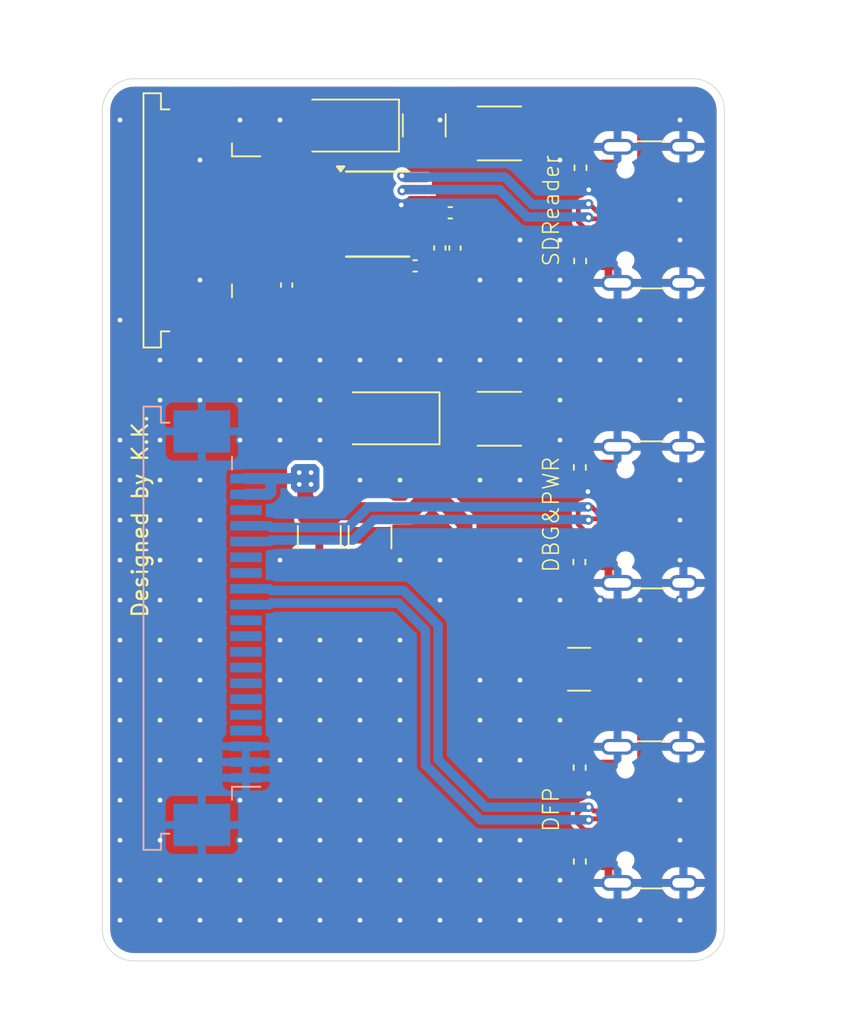
<source format=kicad_pcb>
(kicad_pcb (version 20241229) (generator "pcbnew") (generator_version "9.0")
  (layers (0 "F.Cu" signal) (2 "B.Cu" signal) (13 "F.Paste" user) (15 "B.Paste" user) (5 "F.SilkS" user "F.Silkscreen") (7 "B.SilkS" user "B.Silkscreen") (1 "F.Mask" user) (3 "B.Mask" user) (25 "Edge.Cuts" user))
  (net 0 "")
  (net 1 "GND")
  (net 2 "+5V")
  (net 3 "Net-(U1-VDDA)")
  (net 4 "Net-(U1-VDD)")
  (net 5 "/SD_VSS")
  (net 6 "Net-(F1-Pad1)")
  (net 7 "/D-")
  (net 9 "Net-(J2-CC1)")
  (net 10 "/D+")
  (net 12 "Net-(J2-CC2)")
  (net 13 "/SDC0_D2")
  (net 14 "/SDC0_D1")
  (net 15 "/SDC0_D0")
  (net 16 "/SD_CLK")
  (net 17 "/SDC0_D3")
  (net 18 "/SDC0_CMD")
  (net 21 "+5VP")
  (net 22 "Net-(F2-Pad1)")
  (net 23 "/DBG_D+")
  (net 24 "/AUX_D+")
  (net 27 "/AUX_D-")
  (net 32 "/DBG_D-")
  (net 33 "Net-(J6-CC1)")
  (net 36 "Net-(J6-CC2)")
  (net 38 "Net-(J7-CC2)")
  (net 40 "Net-(J7-CC1)")
  (footprint "Resistor_SMD:R_0402_1005Metric" (layer "F.Cu") (at 156.82 124.69 90)
    (property "Reference" "R6" (hide yes))
    (property "Value" "22K")
  )
  (footprint "Fuse:Fuse_1812_4532Metric_Pad1.30x3.40mm_HandSolder" (layer "F.Cu") (at 151.7125 96.585 180)
    (property "Reference" "F2" (hide yes))
    (property "Value" "Fuse_Small")
  )
  (footprint "Capacitor_SMD:C_1210_3225Metric_Pad1.33x2.70mm_HandSolder" (layer "F.Cu") (at 156.775 112.485)
    (property "Reference" "C8" (hide yes))
    (property "Value" "47u")
  )
  (footprint "Diode_SMD:D_SMA" (layer "F.Cu") (at 141.8275 77.97 180)
    (property "Reference" "D1" (hide yes))
    (property "Value" "SMAJ5.0A")
  )
  (footprint "Diode_SMD:D_SMA" (layer "F.Cu") (at 144.4 96.555 180)
    (property "Reference" "D2" (hide yes))
    (property "Value" "SMAJ5.0A")
  )
  (footprint "Capacitor_SMD:C_0402_1005Metric_Pad0.74x0.62mm_HandSolder" (layer "F.Cu") (at 148.59 83.51 180)
    (property "Reference" "C3" (hide yes))
    (property "Value" "10u")
  )
  (footprint "Resistor_SMD:R_0402_1005Metric" (layer "F.Cu") (at 156.84 86.57 90)
    (property "Reference" "R2" (hide yes))
    (property "Value" "5K1")
  )
  (footprint "Capacitor_SMD:C_0402_1005Metric_Pad0.74x0.62mm_HandSolder" (layer "F.Cu") (at 147.93 85.74 90)
    (property "Reference" "C1" (hide yes))
    (property "Value" "10u")
  )
  (footprint "Capacitor_SMD:C_1210_3225Metric_Pad1.33x2.70mm_HandSolder" (layer "F.Cu") (at 143.495 104.105 90)
    (property "Reference" "C10" (hide yes))
    (property "Value" "47u")
  )
  (footprint "Connector_USB:USB_C_Receptacle_GCT_USB4105-xx-A_16P_TopMnt_Horizontal" (layer "F.Cu") (at 162.32 102.685 90)
    (property "Reference" "J6" (hide yes))
    (property "Value" "USB_C_Receptacle_USB2.0_16P")
  )
  (footprint "Resistor_SMD:R_0402_1005Metric" (layer "F.Cu") (at 156.79 105.68 90)
    (property "Reference" "R4" (hide yes))
    (property "Value" "5K1")
  )
  (footprint "Fuse:Fuse_1812_4532Metric_Pad1.30x3.40mm_HandSolder" (layer "F.Cu") (at 151.7125 78.47 180)
    (property "Reference" "F1" (hide yes))
    (property "Value" "Fuse_Small")
  )
  (footprint "Capacitor_SMD:C_0402_1005Metric_Pad0.74x0.62mm_HandSolder" (layer "F.Cu") (at 138.2 88.1 90)
    (property "Reference" "C5" (hide yes))
    (property "Value" "10u")
  )
  (footprint "Capacitor_SMD:C_0402_1005Metric_Pad0.74x0.62mm_HandSolder" (layer "F.Cu") (at 148.89 85.75 90)
    (property "Reference" "C2" (hide yes))
    (property "Value" "10u")
  )
  (footprint "Capacitor_SMD:C_1210_3225Metric_Pad1.33x2.70mm_HandSolder" (layer "F.Cu") (at 140.275 104.095 90)
    (property "Reference" "C9" (hide yes))
    (property "Value" "47u")
  )
  (footprint "Resistor_SMD:R_0402_1005Metric" (layer "F.Cu") (at 156.86 80.65 -90)
    (property "Reference" "R3" (hide yes))
    (property "Value" "5K1")
  )
  (footprint "Connector_FFC-FPC:TE_84952-8_1x08-1MP_P1.0mm_Horizontal" (layer "F.Cu") (at 133.82 83.99 -90)
    (property "Reference" "J3" (hide yes))
    (property "Value" "Conn_01x08_MountingPin")
  )
  (footprint "Connector_USB:USB_C_Receptacle_GCT_USB4105-xx-A_16P_TopMnt_Horizontal" (layer "F.Cu") (at 162.32 121.73 90)
    (property "Reference" "J7" (hide yes))
    (property "Value" "USB_C_Receptacle_USB2.0_16P")
  )
  (footprint "Connector_USB:USB_C_Receptacle_GCT_USB4105-xx-A_16P_TopMnt_Horizontal" (layer "F.Cu") (at 162.32 83.64 90)
    (property "Reference" "J2" (hide yes))
    (property "Value" "USB_C_Receptacle_USB2.0_16P")
  )
  (footprint "Resistor_SMD:R_0402_1005Metric" (layer "F.Cu") (at 156.81 118.73 -90)
    (property "Reference" "R7" (hide yes))
    (property "Value" "22K")
  )
  (footprint "Capacitor_SMD:C_1210_3225Metric_Pad1.33x2.70mm_HandSolder" (layer "F.Cu") (at 146.94 77.9575 -90)
    (property "Reference" "C7" (hide yes))
    (property "Value" "47u")
  )
  (footprint "Package_SO:SSOP-16_3.9x4.9mm_P0.635mm" (layer "F.Cu") (at 143.98 83.59)
    (property "Reference" "U1" (hide yes))
    (property "Value" "GL823K")
  )
  (footprint "Resistor_SMD:R_0402_1005Metric" (layer "F.Cu") (at 156.82 99.67 -90)
    (property "Reference" "R5" (hide yes))
    (property "Value" "5K1")
  )
  (footprint "Capacitor_SMD:C_0402_1005Metric_Pad0.74x0.62mm_HandSolder" (layer "F.Cu") (at 146.36 86.88 180)
    (property "Reference" "C4" (hide yes))
    (property "Value" "10u")
  )
  (footprint "Connector_FFC-FPC:TE_2-84952-0_1x20-1MP_P1.0mm_Horizontal" (layer "B.Cu") (at 133.82 109.88 90)
    (property "Reference" "J5" (hide yes))
    (property "Value" "Conn_01x20_MountingPin")
  )
  (gr_poly (pts (xy 138.58 99.76) (xy 138.78 99.56) (xy 139.98 99.56) (xy 140.18 99.76) (xy 140.18 100.96) (xy 139.98 101.16) (xy 138.78 101.16) (xy 138.58 100.96)) (stroke (width 0.2)) (fill yes) (layer "F.Cu") (net 21))
  (gr_poly (pts (xy 140.18 99.76) (xy 139.98 99.56) (xy 138.78 99.56) (xy 138.58 99.76) (xy 138.58 100.96) (xy 138.78 101.16) (xy 139.98 101.16) (xy 140.18 100.96)) (stroke (width 0.2)) (fill yes) (layer "B.Cu") (net 21))
  (gr_line (start 166 77) (end 166 129) (stroke (width 0.05)) (layer "Edge.Cuts"))
  (gr_line (start 164 131) (end 128.5 131) (stroke (width 0.05)) (layer "Edge.Cuts"))
  (gr_line (start 126.5 129) (end 126.5 77) (stroke (width 0.05)) (layer "Edge.Cuts"))
  (gr_arc (start 126.5 77) (mid 127.085786 75.585786) (end 128.5 75) (stroke (width 0.05)) (layer "Edge.Cuts"))
  (gr_line (start 128.5 75) (end 164 75) (stroke (width 0.05)) (layer "Edge.Cuts"))
  (gr_arc (start 128.5 131) (mid 127.085786 130.414214) (end 126.5 129) (stroke (width 0.05)) (layer "Edge.Cuts"))
  (gr_arc (start 166 129) (mid 165.414214 130.414214) (end 164 131) (stroke (width 0.05)) (layer "Edge.Cuts"))
  (gr_arc (start 164 75) (mid 165.414214 75.585786) (end 166 77) (stroke (width 0.05)) (layer "Edge.Cuts"))
  (gr_text "v0.1" (at 129.42 95.79 90) (layer "F.Cu" knockout) (effects (font (size 1 1) (thickness 0.2) (bold yes)) (justify left bottom)))
  (gr_text "Designed by K.K." (at 129.48 109.3 90) (layer "F.SilkS") (effects (font (size 1 1)) (justify left bottom)))
  (gr_text "DBG&PWR" (at 155.58 106.42 90) (layer "F.SilkS") (effects (font (size 1 1) (thickness 0.1)) (justify left bottom)))
  (gr_text "DFP" (at 155.58 122.88 90) (layer "F.SilkS") (effects (font (size 1 1) (thickness 0.1)) (justify left bottom)))
  (gr_text "SDReader" (at 155.58 86.99 90) (layer "F.SilkS") (effects (font (size 1 1) (thickness 0.1)) (justify left bottom)))
  (segment (start 158.64 124.93) (end 157.89 124.93) (width 0.4) (layer "F.Cu") (net 1))
  (segment (start 158.64 99.485) (end 157.145 99.485) (width 0.4) (layer "F.Cu") (net 1))
  (segment (start 157.145 99.485) (end 156.82 99.16) (width 0.4) (layer "F.Cu") (net 1))
  (segment (start 158.64 80.44) (end 157.16 80.44) (width 0.4) (layer "F.Cu") (net 1))
  (segment (start 157.89 124.93) (end 157.55 125.27) (width 0.4) (layer "F.Cu") (net 1))
  (segment (start 157.16 80.44) (end 156.86 80.14) (width 0.4) (layer "F.Cu") (net 1))
  (segment (start 158.64 118.53) (end 157.9 118.53) (width 0.4) (layer "F.Cu") (net 1))
  (segment (start 157.9 118.53) (end 157.54 118.17) (width 0.4) (layer "F.Cu") (net 1))
  (via (at 140.32 97.94) (size 0.6) (drill 0.3) (layers "F.Cu" "B.Cu") (net 1))
  (via (at 127.62 115.72) (size 0.6) (drill 0.3) (layers "F.Cu" "B.Cu") (net 1))
  (via (at 137.78 120.8) (size 0.6) (drill 0.3) (layers "F.Cu" "B.Cu") (net 1))
  (via (at 147.94 125.88) (size 0.6) (drill 0.3) (layers "F.Cu" "B.Cu") (net 1))
  (via (at 142.86 120.8) (size 0.6) (drill 0.3) (layers "F.Cu" "B.Cu") (net 1))
  (via (at 163.18 77.62) (size 0.6) (drill 0.3) (layers "F.Cu" "B.Cu") (net 1))
  (via (at 127.62 125.88) (size 0.6) (drill 0.3) (layers "F.Cu" "B.Cu") (net 1))
  (via (at 132.7 125.88) (size 0.6) (drill 0.3) (layers "F.Cu" "B.Cu") (net 1))
  (via (at 147.94 128.42) (size 0.6) (drill 0.3) (layers "F.Cu" "B.Cu") (net 1))
  (via (at 160.64 108.1) (size 0.6) (drill 0.3) (layers "F.Cu" "B.Cu") (net 1))
  (via (at 150.48 128.42) (size 0.6) (drill 0.3) (layers "F.Cu" "B.Cu") (net 1))
  (via (at 145.4 92.86) (size 0.6) (drill 0.3) (layers "F.Cu" "B.Cu") (net 1))
  (via (at 153.02 128.42) (size 0.6) (drill 0.3) (layers "F.Cu" "B.Cu") (net 1))
  (via (at 150.48 113.18) (size 0.6) (drill 0.3) (layers "F.Cu" "B.Cu") (net 1))
  (via (at 163.18 103.02) (size 0.6) (drill 0.3) (layers "F.Cu" "B.Cu") (net 1))
  (via (at 127.62 90.32) (size 0.6) (drill 0.3) (layers "F.Cu" "B.Cu") (net 1))
  (via (at 155.56 92.86) (size 0.6) (drill 0.3) (layers "F.Cu" "B.Cu") (net 1))
  (via (at 132.7 128.42) (size 0.6) (drill 0.3) (layers "F.Cu" "B.Cu") (net 1))
  (via (at 153.02 115.72) (size 0.6) (drill 0.3) (layers "F.Cu" "B.Cu") (net 1))
  (via (at 147.94 123.34) (size 0.6) (drill 0.3) (layers "F.Cu" "B.Cu") (net 1))
  (via (at 150.48 87.78) (size 0.6) (drill 0.3) (layers "F.Cu" "B.Cu") (net 1))
  (via (at 163.18 128.42) (size 0.6) (drill 0.3) (layers "F.Cu" "B.Cu") (net 1))
  (via (at 137.78 115.72) (size 0.6) (drill 0.3) (layers "F.Cu" "B.Cu") (net 1))
  (via (at 155.56 97.94) (size 0.6) (drill 0.3) (layers "F.Cu" "B.Cu") (net 1))
  (via (at 153.02 90.32) (size 0.6) (drill 0.3) (layers "F.Cu" "B.Cu") (net 1))
  (via (at 160.64 92.86) (size 0.6) (drill 0.3) (layers "F.Cu" "B.Cu") (net 1))
  (via (at 137.78 123.34) (size 0.6) (drill 0.3) (layers "F.Cu" "B.Cu") (net 1))
  (via (at 150.48 125.88) (size 0.6) (drill 0.3) (layers "F.Cu" "B.Cu") (net 1))
  (via (at 157.33 101.21) (size 0.6) (drill 0.3) (layers "F.Cu" "B.Cu") (net 1))
  (via (at 132.7 103.02) (size 0.6) (drill 0.3) (layers "F.Cu" "B.Cu") (net 1))
  (via (at 140.32 123.34) (size 0.6) (drill 0.3) (layers "F.Cu" "B.Cu") (net 1))
  (via (at 137.78 113.18) (size 0.6) (drill 0.3) (layers "F.Cu" "B.Cu") (net 1))
  (via (at 130.16 103.02) (size 0.6) (drill 0.3) (layers "F.Cu" "B.Cu") (net 1))
  (via (at 137.78 92.86) (size 0.6) (drill 0.3) (layers "F.Cu" "B.Cu") (net 1))
  (via (at 155.56 95.4) (size 0.6) (drill 0.3) (layers "F.Cu" "B.Cu") (net 1))
  (via (at 132.7 108.1) (size 0.6) (drill 0.3) (layers "F.Cu" "B.Cu") (net 1))
  (via (at 140.32 92.86) (size 0.6) (drill 0.3) (layers "F.Cu" "B.Cu") (net 1))
  (via (at 137.78 118.26) (size 0.6) (drill 0.3) (layers "F.Cu" "B.Cu") (net 1))
  (via (at 163.18 120.8) (size 0.6) (drill 0.3) (layers "F.Cu" "B.Cu") (net 1))
  (via (at 163.18 110.64) (size 0.6) (drill 0.3) (layers "F.Cu" "B.Cu") (net 1))
  (via (at 153.02 92.86) (size 0.6) (drill 0.3) (layers "F.Cu" "B.Cu") (net 1))
  (via (at 132.7 118.26) (size 0.6) (drill 0.3) (layers "F.Cu" "B.Cu") (net 1))
  (via (at 157.385878 82.051375) (size 0.6) (drill 0.3) (layers "F.Cu" "B.Cu") (net 1))
  (via (at 137.78 77.62) (size 0.6) (drill 0.3) (layers "F.Cu" "B.Cu") (net 1))
  (via (at 163.18 95.4) (size 0.6) (drill 0.3) (layers "F.Cu" "B.Cu") (net 1))
  (via (at 142.86 115.72) (size 0.6) (drill 0.3) (layers "F.Cu" "B.Cu") (net 1))
  (via (at 140.32 120.8) (size 0.6) (drill 0.3) (layers "F.Cu" "B.Cu") (net 1))
  (via (at 132.7 100.48) (size 0.6) (drill 0.3) (layers "F.Cu" "B.Cu") (net 1))
  (via (at 155.56 80.16) (size 0.6) (drill 0.3) (layers "F.Cu" "B.Cu") (net 1))
  (via (at 153.02 123.34) (size 0.6) (drill 0.3) (layers "F.Cu" "B.Cu") (net 1))
  (via (at 155.56 87.78) (size 0.6) (drill 0.3) (layers "F.Cu" "B.Cu") (net 1))
  (via (at 158.1 90.32) (size 0.6) (drill 0.3) (layers "F.Cu" "B.Cu") (net 1))
  (via (at 135.24 128.42) (size 0.6) (drill 0.3) (layers "F.Cu" "B.Cu") (net 1))
  (via (at 142.86 92.86) (size 0.6) (drill 0.3) (layers "F.Cu" "B.Cu") (net 1))
  (via (at 155.56 115.72) (size 0.6) (drill 0.3) (layers "F.Cu" "B.Cu") (net 1))
  (via (at 130.16 95.4) (size 0.6) (drill 0.3) (layers "F.Cu" "B.Cu") (net 1))
  (via (at 130.16 120.8) (size 0.6) (drill 0.3) (layers "F.Cu" "B.Cu") (net 1))
  (via (at 145.4 123.34) (size 0.6) (drill 0.3) (layers "F.Cu" "B.Cu") (net 1))
  (via (at 160.64 110.64) (size 0.6) (drill 0.3) (layers "F.Cu" "B.Cu") (net 1))
  (via (at 137.78 125.88) (size 0.6) (drill 0.3) (layers "F.Cu" "B.Cu") (net 1))
  (via (at 145.4 100.48) (size 0.6) (drill 0.3) (layers "F.Cu" "B.Cu") (net 1))
  (via (at 153.02 85.24) (size 0.6) (drill 0.3) (layers "F.Cu" "B.Cu") (net 1))
  (via (at 153.02 108.1) (size 0.6) (drill 0.3) (layers "F.Cu" "B.Cu") (net 1))
  (via (at 127.62 123.34) (size 0.6) (drill 0.3) (layers "F.Cu" "B.Cu") (net 1))
  (via (at 155.56 128.42) (size 0.6) (drill 0.3) (layers "F.Cu" "B.Cu") (net 1))
  (via (at 155.56 108.1) (size 0.6) (drill 0.3) (layers "F.Cu" "B.Cu") (net 1))
  (via (at 160.64 113.18) (size 0.6) (drill 0.3) (layers "F.Cu" "B.Cu") (net 1))
  (via (at 135.24 92.86) (size 0.6) (drill 0.3) (layers "F.Cu" "B.Cu") (net 1))
  (via (at 135.24 120.8) (size 0.6) (drill 0.3) (layers "F.Cu" "B.Cu") (net 1))
  (via (at 163.18 90.32) (size 0.6) (drill 0.3) (layers "F.Cu" "B.Cu") (net 1))
  (via (at 140.32 95.4) (size 0.6) (drill 0.3) (layers "F.Cu" "B.Cu") (net 1))
  (via (at 155.56 85.24) (size 0.6) (drill 0.3) (layers "F.Cu" "B.Cu") (net 1))
  (via (at 145.4 120.8) (size 0.6) (drill 0.3) (layers "F.Cu" "B.Cu") (net 1))
  (via (at 132.7 113.18) (size 0.6) (drill 0.3) (layers "F.Cu" "B.Cu") (net 1))
  (via (at 130.16 105.56) (size 0.6) (drill 0.3) (layers "F.Cu" "B.Cu") (net 1))
  (via (at 153.02 87.78) (size 0.6) (drill 0.3) (layers "F.Cu" "B.Cu") (net 1))
  (via (at 145.4 110.64) (size 0.6) (drill 0.3) (layers "F.Cu" "B.Cu") (net 1))
  (via (at 127.62 100.48) (size 0.6) (drill 0.3) (layers "F.Cu" "B.Cu") (net 1))
  (via (at 158.1 128.42) (size 0.6) (drill 0.3) (layers "F.Cu" "B.Cu") (net 1))
  (via (at 150.48 118.26) (size 0.6) (drill 0.3) (layers "F.Cu" "B.Cu") (net 1))
  (via (at 127.62 120.8) (size 0.6) (drill 0.3) (layers "F.Cu" "B.Cu") (net 1))
  (via (at 137.78 128.42) (size 0.6) (drill 0.3) (layers "F.Cu" "B.Cu") (net 1))
  (via (at 145.4 105.56) (size 0.6) (drill 0.3) (layers "F.Cu" "B.Cu") (net 1))
  (via (at 140.32 125.88) (size 0.6) (drill 0.3) (layers "F.Cu" "B.Cu") (net 1))
  (via (at 135.24 97.94) (size 0.6) (drill 0.3) (layers "F.Cu" "B.Cu") (net 1))
  (via (at 140.32 118.26) (size 0.6) (drill 0.3) (layers "F.Cu" "B.Cu") (net 1))
  (via (at 127.62 97.94) (size 0.6) (drill 0.3) (layers "F.Cu" "B.Cu") (net 1))
  (via (at 145.4 115.72) (size 0.6) (drill 0.3) (layers "F.Cu" "B.Cu") (net 1))
  (via (at 147.94 92.86) (size 0.6) (drill 0.3) (layers "F.Cu" "B.Cu") (net 1))
  (via (at 145.4 118.26) (size 0.6) (drill 0.3) (layers "F.Cu" "B.Cu") (net 1))
  (via (at 135.24 123.34) (size 0.6) (drill 0.3) (layers "F.Cu" "B.Cu") (net 1))
  (via (at 130.16 123.34) (size 0.6) (drill 0.3) (layers "F.Cu" "B.Cu") (net 1))
  (via (at 140.32 128.42) (size 0.6) (drill 0.3) (layers "F.Cu" "B.Cu") (net 1))
  (via (at 130.16 108.1) (size 0.6) (drill 0.3) (layers "F.Cu" "B.Cu") (net 1))
  (via (at 163.18 105.56) (size 0.6) (drill 0.3) (layers "F.Cu" "B.Cu") (net 1))
  (via (at 145.4 125.88) (size 0.6) (drill 0.3) (layers "F.Cu" "B.Cu") (net 1))
  (via (at 153.02 125.88) (size 0.6) (drill 0.3) (layers "F.Cu" "B.Cu") (net 1))
  (via (at 137.78 97.94) (size 0.6) (drill 0.3) (layers "F.Cu" "B.Cu") (net 1))
  (via (at 160.64 90.32) (size 0.6) (drill 0.3) (layers "F.Cu" "B.Cu") (net 1))
  (via (at 130.16 110.64) (size 0.6) (drill 0.3) (layers "F.Cu" "B.Cu") (net 1))
  (via (at 153.02 100.48) (size 0.6) (drill 0.3) (layers "F.Cu" "B.Cu") (net 1))
  (via (at 140.32 115.72) (size 0.6) (drill 0.3) (layers "F.Cu" "B.Cu") (net 1))
  (via (at 137.78 95.4) (size 0.6) (drill 0.3) (layers "F.Cu" "B.Cu") (net 1))
  (via (at 132.7 95.4) (size 0.6) (drill 0.3) (layers "F.Cu" "B.Cu") (net 1))
  (via (at 150.48 92.86) (size 0.6) (drill 0.3) (layers "F.Cu" "B.Cu") (net 1))
  (via (at 163.18 113.18) (size 0.6) (drill 0.3) (layers "F.Cu" "B.Cu") (net 1))
  (via (at 163.18 85.24) (size 0.6) (drill 0.3) (layers "F.Cu" "B.Cu") (net 1))
  (via (at 147.94 105.56) (size 0.6) (drill 0.3) (layers "F.Cu" "B.Cu") (net 1))
  (via (at 127.62 77.62) (size 0.6) (drill 0.3) (layers "F.Cu" "B.Cu") (net 1))
  (via (at 157.38 120.37) (size 0.6) (drill 0.3) (layers "F.Cu" "B.Cu") (net 1))
  (via (at 127.62 128.42) (size 0.6) (drill 0.3) (layers "F.Cu" "B.Cu") (net 1))
  (via (at 142.86 123.34) (size 0.6) (drill 0.3) (layers "F.Cu" "B.Cu") (net 1))
  (via (at 130.16 100.48) (size 0.6) (drill 0.3) (layers "F.Cu" "B.Cu") (net 1))
  (via (at 150.48 115.72) (size 0.6) (drill 0.3) (layers "F.Cu" "B.Cu") (net 1))
  (via (at 132.7 80.16) (size 0.6) (drill 0.3) (layers "F.Cu" "B.Cu") (net 1))
  (via (at 163.18 108.1) (size 0.6) (drill 0.3) (layers "F.Cu" "B.Cu") (net 1))
  (via (at 163.18 123.34) (size 0.6) (drill 0.3) (layers "F.Cu" "B.Cu") (net 1))
  (via (at 127.62 110.64) (size 0.6) (drill 0.3) (layers "F.Cu" "B.Cu") (net 1))
  (via (at 153.02 118.26) (size 0.6) (drill 0.3) (layers "F.Cu" "B.Cu") (net 1))
  (via (at 163.18 115.72) (size 0.6) (drill 0.3) (layers "F.Cu" "B.Cu") (net 1))
  (via (at 160.64 128.42) (size 0.6) (drill 0.3) (layers "F.Cu" "B.Cu") (net 1))
  (via (at 142.86 100.48) (size 0.6) (drill 0.3) (layers "F.Cu" "B.Cu") (net 1))
  (via (at 153.02 105.56) (size 0.6) (drill 0.3) (layers "F.Cu" "B.Cu") (net 1))
  (via (at 140.32 113.18) (size 0.6) (drill 0.3) (layers "F.Cu" "B.Cu") (net 1))
  (via (at 150.48 100.48) (size 0.6) (drill 0.3) (layers "F.Cu" "B.Cu") (net 1))
  (via (at 132.7 115.72) (size 0.6) (drill 0.3) (layers "F.Cu" "B.Cu") (net 1))
  (via (at 127.62 105.56) (size 0.6) (drill 0.3) (layers "F.Cu" "B.Cu") (net 1))
  (via (at 163.18 100.48) (size 0.6) (drill 0.3) (layers "F.Cu" "B.Cu") (net 1))
  (via (at 147.94 108.1) (size 0.6) (drill 0.3) (layers "F.Cu" "B.Cu") (net 1))
  (via (at 130.16 128.42) (size 0.6) (drill 0.3) (layers "F.Cu" "B.Cu") (net 1))
  (via (at 130.16 118.26) (size 0.6) (drill 0.3) (layers "F.Cu" "B.Cu") (net 1))
  (via (at 142.86 110.64) (size 0.6) (drill 0.3) (layers "F.Cu" "B.Cu") (net 1))
  (via (at 135.24 125.88) (size 0.6) (drill 0.3) (layers "F.Cu" "B.Cu") (net 1))
  (via (at 127.62 118.26) (size 0.6) (drill 0.3) (layers "F.Cu" "B.Cu") (net 1))
  (via (at 132.7 87.78) (size 0.6) (drill 0.3) (layers "F.Cu" "B.Cu") (net 1))
  (via (at 145.4 113.18) (size 0.6) (drill 0.3) (layers "F.Cu" "B.Cu") (net 1))
  (via (at 153.02 113.18) (size 0.6) (drill 0.3) (layers "F.Cu" "B.Cu") (net 1))
  (via (at 142.86 118.26) (size 0.6) (drill 0.3) (layers "F.Cu" "B.Cu") (net 1))
  (via (at 132.7 110.64) (size 0.6) (drill 0.3) (layers "F.Cu" "B.Cu") (net 1))
  (via (at 130.16 125.88) (size 0.6) (drill 0.3) (layers "F.Cu" "B.Cu") (net 1))
  (via (at 132.7 92.86) (size 0.6) (drill 0.3) (layers "F.Cu" "B.Cu") (net 1))
  (via (at 130.16 113.18) (size 0.6) (drill 0.3) (layers "F.Cu" "B.Cu") (net 1))
  (via (at 140.32 110.64) (size 0.6) (drill 0.3) (layers "F.Cu" "B.Cu") (net 1))
  (via (at 158.1 92.86) (size 0.6) (drill 0.3) (layers "F.Cu" "B.Cu") (net 1))
  (via (at 127.62 103.02) (size 0.6) (drill 0.3) (layers "F.Cu" "B.Cu") (net 1))
  (via (at 145.4 128.42) (size 0.6) (drill 0.3) (layers "F.Cu" "B.Cu") (net 1))
  (via (at 127.62 108.1) (size 0.6) (drill 0.3) (layers "F.Cu" "B.Cu") (net 1))
  (via (at 150.48 123.34) (size 0.6) (drill 0.3) (layers "F.Cu" "B.Cu") (net 1))
  (via (at 147.94 77.62) (size 0.6) (drill 0.3) (layers "F.Cu" "B.Cu") (net 1))
  (via (at 130.16 115.72) (size 0.6) (drill 0.3) (layers "F.Cu" "B.Cu") (net 1))
  (via (at 130.16 97.94) (size 0.6) (drill 0.3) (layers "F.Cu" "B.Cu") (net 1))
  (via (at 137.78 105.56) (size 0.6) (drill 0.3) (layers "F.Cu" "B.Cu") (net 1))
  (via (at 127.62 113.18) (size 0.6) (drill 0.3) (layers "F.Cu" "B.Cu") (net 1))
  (via (at 132.7 105.56) (size 0.6) (drill 0.3) (layers "F.Cu" "B.Cu") (net 1))
  (via (at 163.18 92.86) (size 0.6) (drill 0.3) (layers "F.Cu" "B.Cu") (net 1))
  (via (at 130.16 92.86) (size 0.6) (drill 0.3) (layers "F.Cu" "B.Cu") (net 1))
  (via (at 158.1 108.1) (size 0.6) (drill 0.3) (layers "F.Cu" "B.Cu") (net 1))
  (via (at 142.86 125.88) (size 0.6) (drill 0.3) (layers "F.Cu" "B.Cu") (net 1))
  (via (at 135.24 95.4) (size 0.6) (drill 0.3) (layers "F.Cu" "B.Cu") (net 1))
  (via (at 142.86 128.42) (size 0.6) (drill 0.3) (layers "F.Cu" "B.Cu") (net 1))
  (via (at 135.24 77.62) (size 0.6) (drill 0.3) (layers "F.Cu" "B.Cu") (net 1))
  (via (at 145.484016 83.009237) (size 0.6) (drill 0.3) (layers "F.Cu" "B.Cu") (net 1))
  (via (at 155.56 90.32) (size 0.6) (drill 0.3) (layers "F.Cu" "B.Cu") (net 1))
  (via (at 163.18 82.7) (size 0.6) (drill 0.3) (layers "F.Cu" "B.Cu") (net 1))
  (via (at 155.56 125.88) (size 0.6) (drill 0.3) (layers "F.Cu" "B.Cu") (net 1))
  (via (at 137.78 110.64) (size 0.6) (drill 0.3) (layers "F.Cu" "B.Cu") (net 1))
  (via (at 142.86 113.18) (size 0.6) (drill 0.3) (layers "F.Cu" "B.Cu") (net 1))
  (segment (start 148.885 85.1775) (end 148.89 85.1825) (width 0.4) (layer "F.Cu") (net 2))
  (segment (start 144.58375 78.72625) (end 143.8275 77.97) (width 1) (layer "F.Cu") (net 2))
  (segment (start 146.58 85.1775) (end 148.885 85.1775) (width 0.4) (layer "F.Cu") (net 2))
  (segment (start 145.5475 85.1775) (end 146.58 85.1775) (width 0.4) (layer "F.Cu") (net 2))
  (segment (start 148.4375 79.52) (end 149.4875 78.47) (width 1) (layer "F.Cu") (net 2))
  (segment (start 145.3775 79.52) (end 144.58375 78.72625) (width 1) (layer "F.Cu") (net 2))
  (segment (start 146.94 79.52) (end 148.4375 79.52) (width 1) (layer "F.Cu") (net 2))
  (segment (start 144.58375 84.85375) (end 144.89 85.16) (width 0.7) (layer "F.Cu") (net 2))
  (segment (start 144.89 85.16) (end 145.53 85.16) (width 0.7) (layer "F.Cu") (net 2))
  (segment (start 146.94 79.52) (end 145.3775 79.52) (width 1) (layer "F.Cu") (net 2))
  (segment (start 144.58375 78.72625) (end 144.58375 84.85375) (width 0.7) (layer "F.Cu") (net 2))
  (segment (start 145.53 85.16) (end 145.5475 85.1775) (width 0.4) (layer "F.Cu") (net 2))
  (segment (start 146.58 83.2725) (end 147.785 83.2725) (width 0.2) (layer "F.Cu") (net 3))
  (segment (start 147.785 83.2725) (end 148.0225 83.51) (width 0.2) (layer "F.Cu") (net 3))
  (segment (start 148.0225 83.51) (end 148.0225 83.29) (width 0.2) (layer "F.Cu") (net 3))
  (segment (start 145.74 86) (end 145.74 86.8275) (width 0.2) (layer "F.Cu") (net 4))
  (segment (start 145.9275 85.8125) (end 145.74 86) (width 0.2) (layer "F.Cu") (net 4))
  (segment (start 145.74 86.8275) (end 145.7925 86.88) (width 0.2) (layer "F.Cu") (net 4))
  (segment (start 146.58 85.8125) (end 145.9275 85.8125) (width 0.2) (layer "F.Cu") (net 4))
  (segment (start 141.38 85.8125) (end 140.6575 85.8125) (width 0.4) (layer "F.Cu") (net 5))
  (segment (start 138.98 87.49) (end 135.62 87.49) (width 0.4) (layer "F.Cu") (net 5))
  (segment (start 140.6575 85.8125) (end 138.98 87.49) (width 0.4) (layer "F.Cu") (net 5))
  (segment (start 154.5875 77.82) (end 153.9375 78.47) (width 1) (layer "F.Cu") (net 6))
  (segment (start 159.179695 81.24) (end 159.849695 81.91) (width 0.3) (layer "F.Cu") (net 6))
  (segment (start 159.919695 85.3) (end 159.92 85.3) (width 0.3) (layer "F.Cu") (net 6))
  (segment (start 160.965 81.415) (end 160.965 78.195) (width 1) (layer "F.Cu") (net 6))
  (segment (start 160.965 78.195) (end 160.59 77.82) (width 1) (layer "F.Cu") (net 6))
  (segment (start 160.53 81.85) (end 160.47 81.91) (width 0.7) (layer "F.Cu") (net 6))
  (segment (start 160.78 82.1) (end 160.78 84.78) (width 0.7) (layer "F.Cu") (net 6))
  (segment (start 159.179695 86.04) (end 159.919695 85.3) (width 0.3) (layer "F.Cu") (net 6))
  (segment (start 160.53 81.85) (end 160.965 81.415) (width 1) (layer "F.Cu") (net 6))
  (segment (start 160.78 84.78) (end 160.26 85.3) (width 0.7) (layer "F.Cu") (net 6))
  (segment (start 159.849695 81.91) (end 159.86 81.91) (width 0.3) (layer "F.Cu") (net 6))
  (segment (start 160.47 81.91) (end 159.86 81.91) (width 0.7) (layer "F.Cu") (net 6))
  (segment (start 160.26 85.3) (end 159.92 85.3) (width 0.7) (layer "F.Cu") (net 6))
  (segment (start 158.64 81.24) (end 159.179695 81.24) (width 0.3) (layer "F.Cu") (net 6))
  (segment (start 160.59 77.82) (end 154.5875 77.82) (width 1) (layer "F.Cu") (net 6))
  (segment (start 158.64 86.04) (end 159.179695 86.04) (width 0.3) (layer "F.Cu") (net 6))
  (segment (start 160.53 81.85) (end 160.78 82.1) (width 0.7) (layer "F.Cu") (net 6))
  (segment (start 157.02 82.94) (end 157.372211 82.94) (width 0.3) (layer "F.Cu") (net 7))
  (segment (start 157.32 82.94) (end 157.42 82.94) (width 0.3) (layer "F.Cu") (net 7))
  (segment (start 157.42 82.94) (end 157.87 83.39) (width 0.3) (layer "F.Cu") (net 7))
  (segment (start 158.64 84.39) (end 157.7129 84.39) (width 0.3) (layer "F.Cu") (net 7))
  (segment (start 157.87 83.39) (end 158.64 83.39) (width 0.3) (layer "F.Cu") (net 7))
  (segment (start 157.64145 84.46145) (end 157.102972 84.46145) (width 0.3) (layer "F.Cu") (net 7))
  (segment (start 146.58 81.3675) (end 145.7275 81.3675) (width 0.4) (layer "F.Cu") (net 7))
  (segment (start 157.102972 84.46145) (end 156.722211 84.080689) (width 0.3) (layer "F.Cu") (net 7))
  (segment (start 145.7275 81.3675) (end 145.52 81.16) (width 0.4) (layer "F.Cu") (net 7))
  (segment (start 157.7129 84.39) (end 157.64145 84.46145) (width 0.3) (layer "F.Cu") (net 7))
  (segment (start 156.722211 83.237789) (end 157.02 82.94) (width 0.3) (layer "F.Cu") (net 7))
  (segment (start 156.722211 84.080689) (end 156.722211 83.237789) (width 0.3) (layer "F.Cu") (net 7))
  (via (at 145.52 81.16) (size 0.6) (drill 0.3) (layers "F.Cu" "B.Cu") (net 7))
  (via (at 157.372211 82.94) (size 0.6) (drill 0.3) (layers "F.Cu" "B.Cu") (net 7))
  (segment (start 157.372211 82.94) (end 157.336486 82.975725) (width 0.6) (layer "B.Cu") (net 7))
  (segment (start 152.055686 81.24) (end 145.6 81.24) (width 0.6) (layer "B.Cu") (net 7))
  (segment (start 145.6 81.24) (end 145.52 81.16) (width 0.6) (layer "B.Cu") (net 7))
  (segment (start 157.336486 82.975725) (end 153.791411 82.975725) (width 0.6) (layer "B.Cu") (net 7))
  (segment (start 153.791411 82.975725) (end 152.055686 81.24) (width 0.6) (layer "B.Cu") (net 7))
  (segment (start 158.03259 84.89) (end 157.90259 85.02) (width 0.2) (layer "F.Cu") (net 9))
  (segment (start 158.64 84.89) (end 158.03259 84.89) (width 0.2) (layer "F.Cu") (net 9))
  (segment (start 157.36 85.02) (end 156.84 85.54) (width 0.2) (layer "F.Cu") (net 9))
  (segment (start 156.84 85.54) (end 156.84 86.06) (width 0.2) (layer "F.Cu") (net 9))
  (segment (start 157.90259 85.02) (end 157.36 85.02) (width 0.2) (layer "F.Cu") (net 9))
  (segment (start 157.372211 83.81145) (end 157.450761 83.89) (width 0.3) (layer "F.Cu") (net 10))
  (segment (start 145.6375 82.0025) (end 146.58 82.0025) (width 0.4) (layer "F.Cu") (net 10))
  (segment (start 145.535 82.105) (end 145.6375 82.0025) (width 0.4) (layer "F.Cu") (net 10))
  (segment (start 159.56 83.89) (end 158.64 83.89) (width 0.3) (layer "F.Cu") (net 10))
  (segment (start 157.450761 83.89) (end 158.64 83.89) (width 0.3) (layer "F.Cu") (net 10))
  (segment (start 159.62 82.89) (end 159.69 82.96) (width 0.3) (layer "F.Cu") (net 10))
  (segment (start 159.69 82.96) (end 159.69 83.76) (width 0.3) (layer "F.Cu") (net 10))
  (segment (start 158.64 82.89) (end 159.62 82.89) (width 0.3) (layer "F.Cu") (net 10))
  (segment (start 159.69 83.76) (end 159.56 83.89) (width 0.3) (layer "F.Cu") (net 10))
  (via (at 145.535 82.105) (size 0.6) (drill 0.3) (layers "F.Cu" "B.Cu") (net 10))
  (via (at 157.372211 83.81145) (size 0.6) (drill 0.3) (layers "F.Cu" "B.Cu") (net 10))
  (segment (start 145.6 82.04) (end 145.535 82.105) (width 0.6) (layer "B.Cu") (net 10))
  (segment (start 157.372211 83.81145) (end 157.336486 83.775725) (width 0.6) (layer "B.Cu") (net 10))
  (segment (start 151.724314 82.04) (end 145.6 82.04) (width 0.6) (layer "B.Cu") (net 10))
  (segment (start 157.336486 83.775725) (end 153.460039 83.775725) (width 0.6) (layer "B.Cu") (net 10))
  (segment (start 153.460039 83.775725) (end 151.724314 82.04) (width 0.6) (layer "B.Cu") (net 10))
  (segment (start 157.764 81.580968) (end 157.764 81.574) (width 0.2) (layer "F.Cu") (net 12))
  (segment (start 157.764 81.574) (end 157.56 81.37) (width 0.2) (layer "F.Cu") (net 12))
  (segment (start 157.56 81.37) (end 157.07 81.37) (width 0.2) (layer "F.Cu") (net 12))
  (segment (start 158.08 81.89) (end 158.031 81.841) (width 0.2) (layer "F.Cu") (net 12))
  (segment (start 158.024032 81.841) (end 157.764 81.580968) (width 0.2) (layer "F.Cu") (net 12))
  (segment (start 158.64 81.89) (end 158.08 81.89) (width 0.2) (layer "F.Cu") (net 12))
  (segment (start 157.07 81.37) (end 156.86 81.16) (width 0.2) (layer "F.Cu") (net 12))
  (segment (start 158.031 81.841) (end 158.024032 81.841) (width 0.2) (layer "F.Cu") (net 12))
  (segment (start 141.38 85.1775) (end 139.5125 85.1775) (width 0.2) (layer "F.Cu") (net 13))
  (segment (start 138.2 86.49) (end 135.62 86.49) (width 0.2) (layer "F.Cu") (net 13))
  (segment (start 139.5125 85.1775) (end 138.2 86.49) (width 0.2) (layer "F.Cu") (net 13))
  (segment (start 137.45 81.49) (end 135.62 81.49) (width 0.2) (layer "F.Cu") (net 14))
  (segment (start 137.9625 82.0025) (end 137.45 81.49) (width 0.2) (layer "F.Cu") (net 14))
  (segment (start 141.38 82.0025) (end 137.9625 82.0025) (width 0.2) (layer "F.Cu") (net 14))
  (segment (start 135.7675 82.6375) (end 135.62 82.49) (width 0.2) (layer "F.Cu") (net 15))
  (segment (start 141.38 82.6375) (end 135.7675 82.6375) (width 0.2) (layer "F.Cu") (net 15))
  (segment (start 137.87 83.49) (end 135.62 83.49) (width 0.2) (layer "F.Cu") (net 16))
  (segment (start 138.1075 83.2725) (end 137.88 83.5) (width 0.2) (layer "F.Cu") (net 16))
  (segment (start 137.88 83.5) (end 137.87 83.49) (width 0.2) (layer "F.Cu") (net 16))
  (segment (start 141.38 83.2725) (end 138.1075 83.2725) (width 0.2) (layer "F.Cu") (net 16))
  (segment (start 138.05 85.49) (end 135.62 85.49) (width 0.2) (layer "F.Cu") (net 17))
  (segment (start 141.38 84.5425) (end 138.9975 84.5425) (width 0.2) (layer "F.Cu") (net 17))
  (segment (start 138.9975 84.5425) (end 138.05 85.49) (width 0.2) (layer "F.Cu") (net 17))
  (segment (start 137.93 84.49) (end 135.62 84.49) (width 0.2) (layer "F.Cu") (net 18))
  (segment (start 141.38 83.9075) (end 138.5125 83.9075) (width 0.2) (layer "F.Cu") (net 18))
  (segment (start 138.5125 83.9075) (end 137.93 84.49) (width 0.2) (layer "F.Cu") (net 18))
  (segment (start 157.89 124.13) (end 156.82 125.2) (width 0.2) (layer "F.Cu") (net 21))
  (segment (start 140.275 102.5325) (end 143.485 102.5325) (width 1) (layer "F.Cu") (net 21))
  (segment (start 158.3375 110.3675) (end 158.3375 112.485) (width 1) (layer "F.Cu") (net 21))
  (segment (start 143.485 102.5325) (end 143.495 102.5425) (width 1) (layer "F.Cu") (net 21))
  (segment (start 139.38 100.36) (end 139.38 101.6375) (width 1) (layer "F.Cu") (net 21))
  (segment (start 158.3375 114.9575) (end 158.61 115.23) (width 1) (layer "F.Cu") (net 21))
  (segment (start 160.966 119.404) (end 160.79 119.58) (width 1) (layer "F.Cu") (net 21))
  (segment (start 149.5 108.04) (end 151.12 109.66) (width 1) (layer "F.Cu") (net 21))
  (segment (start 159.178281 119.33) (end 159.618281 119.77) (width 0.3) (layer "F.Cu") (net 21))
  (segment (start 160.36 115.64) (end 160.966 116.246) (width 1) (layer "F.Cu") (net 21))
  (segment (start 146.0575 102.5425) (end 147.38 101.22) (width 1) (layer "F.Cu") (net 21))
  (segment (start 147.38 101.22) (end 147.51 101.22) (width 1) (layer "F.Cu") (net 21))
  (segment (start 158.64 119.33) (end 159.178281 119.33) (width 0.3) (layer "F.Cu") (net 21))
  (segment (start 159.178281 124.13) (end 159.638281 123.67) (width 0.3) (layer "F.Cu") (net 21))
  (segment (start 158.3375 112.485) (end 158.3375 114.9575) (width 1) (layer "F.Cu") (net 21))
  (segment (start 160.79 119.58) (end 160.6 119.77) (width 1) (layer "F.Cu") (net 21))
  (segment (start 160.6 119.77) (end 160.6 123.67) (width 1) (layer "F.Cu") (net 21))
  (segment (start 159.618281 119.77) (end 160.6 119.77) (width 0.3) (layer "F.Cu") (net 21))
  (segment (start 159.638281 123.67) (end 160.6 123.67) (width 0.3) (layer "F.Cu") (net 21))
  (segment (start 158.64 124.13) (end 157.89 124.13) (width 0.2) (layer "F.Cu") (net 21))
  (segment (start 143.495 102.5425) (end 146.0575 102.5425) (width 1) (layer "F.Cu") (net 21))
  (segment (start 147.51 101.22) (end 149.5 103.21) (width 1) (layer "F.Cu") (net 21))
  (segment (start 157.63 109.66) (end 158.3375 110.3675) (width 1) (layer "F.Cu") (net 21))
  (segment (start 157.92 119.33) (end 156.81 118.22) (width 0.2) (layer "F.Cu") (net 21))
  (segment (start 160.966 116.246) (end 160.966 119.404) (width 1) (layer "F.Cu") (net 21))
  (segment (start 139.38 101.6375) (end 140.275 102.5325) (width 1) (layer "F.Cu") (net 21))
  (segment (start 147.38 96.585) (end 149.4875 96.585) (width 1) (layer "F.Cu") (net 21))
  (segment (start 158.61 115.23) (end 159.02 115.64) (width 1) (layer "F.Cu") (net 21))
  (segment (start 158.64 124.13) (end 159.178281 124.13) (width 0.3) (layer "F.Cu") (net 21))
  (segment (start 159.02 115.64) (end 160.36 115.64) (width 1) (layer "F.Cu") (net 21))
  (segment (start 149.5 103.21) (end 149.5 108.04) (width 1) (layer "F.Cu") (net 21))
  (segment (start 151.12 109.66) (end 157.63 109.66) (width 1) (layer "F.Cu") (net 21))
  (segment (start 147.38 101.22) (end 147.38 96.585) (width 1) (layer "F.Cu") (net 21))
  (segment (start 158.64 119.33) (end 157.92 119.33) (width 0.2) (layer "F.Cu") (net 21))
  (via (at 139 100.75) (size 0.6) (drill 0.3) (layers "F.Cu" "B.Cu") (net 21))
  (via (at 139.75 100.75) (size 0.6) (drill 0.3) (layers "F.Cu" "B.Cu") (net 21))
  (via (at 139 100) (size 0.6) (drill 0.3) (layers "F.Cu" "B.Cu") (net 21))
  (via (at 139.75 100) (size 0.6) (drill 0.3) (layers "F.Cu" "B.Cu") (net 21))
  (segment (start 137.2 100.48) (end 137.1 100.38) (width 0.7) (layer "B.Cu") (net 21))
  (segment (start 137.07 101.38) (end 137.2 101.25) (width 0.7) (layer "B.Cu") (net 21))
  (segment (start 137.1 100.38) (end 139.36 100.38) (width 0.7) (layer "B.Cu") (net 21))
  (segment (start 135.62 101.38) (end 137.07 101.38) (width 0.7) (layer "B.Cu") (net 21))
  (segment (start 137.1 100.38) (end 135.62 100.38) (width 0.7) (layer "B.Cu") (net 21))
  (segment (start 137.2 101.25) (end 137.2 100.48) (width 0.7) (layer "B.Cu") (net 21))
  (segment (start 139.36 100.38) (end 139.38 100.36) (width 0.7) (layer "B.Cu") (net 21))
  (segment (start 153.9525 96.6) (end 156.75 96.6) (width 1) (layer "F.Cu") (net 22))
  (segment (start 161.18 100.22) (end 160.66 100.74) (width 1) (layer "F.Cu") (net 22))
  (segment (start 160.68 100.76) (end 160.68 104.85) (width 1) (layer "F.Cu") (net 22))
  (segment (start 156.75 96.6) (end 157.1 96.25) (width 1) (layer "F.Cu") (net 22))
  (segment (start 160.66 100.74) (end 160.68 100.76) (width 1) (layer "F.Cu") (net 22))
  (segment (start 160.39 96.25) (end 161.18 97.04) (width 1) (layer "F.Cu") (net 22))
  (segment (start 159.178281 100.285) (end 159.653281 100.76) (width 0.3) (layer "F.Cu") (net 22))
  (segment (start 159.653281 100.76) (end 160.68 100.76) (width 0.3) (layer "F.Cu") (net 22))
  (segment (start 158.64 105.085) (end 159.178281 105.085) (width 0.3) (layer "F.Cu") (net 22))
  (segment (start 158.64 100.285) (end 159.178281 100.285) (width 0.3) (layer "F.Cu") (net 22))
  (segment (start 159.178281 105.085) (end 159.413281 104.85) (width 0.3) (layer "F.Cu") (net 22))
  (segment (start 157.1 96.25) (end 160.39 96.25) (width 1) (layer "F.Cu") (net 22))
  (segment (start 153.9375 96.585) (end 153.9525 96.6) (width 1) (layer "F.Cu") (net 22))
  (segment (start 161.18 97.04) (end 161.18 100.22) (width 1) (layer "F.Cu") (net 22))
  (segment (start 159.413281 104.85) (end 160.68 104.85) (width 0.3) (layer "F.Cu") (net 22))
  (segment (start 159.705 101.935) (end 159.78 102.01) (width 0.3) (layer "F.Cu") (net 23))
  (segment (start 158.64 102.935) (end 157.445 102.935) (width 0.3) (layer "F.Cu") (net 23))
  (segment (start 158.64 101.935) (end 159.705 101.935) (width 0.3) (layer "F.Cu") (net 23))
  (segment (start 159.78 102.84) (end 159.685 102.935) (width 0.3) (layer "F.Cu") (net 23))
  (segment (start 159.685 102.935) (end 158.64 102.935) (width 0.3) (layer "F.Cu") (net 23))
  (segment (start 159.78 102.01) (end 159.78 102.84) (width 0.3) (layer "F.Cu") (net 23))
  (segment (start 157.445 102.935) (end 157.37 103.01) (width 0.3) (layer "F.Cu") (net 23))
  (via (at 157.37 103.01) (size 0.6) (drill 0.3) (layers "F.Cu" "B.Cu") (net 23))
  (segment (start 157.34 102.98) (end 143.725686 102.98) (width 0.6) (layer "B.Cu") (net 23))
  (segment (start 137.220001 104.28) (end 137.120001 104.38) (width 0.6) (layer "B.Cu") (net 23))
  (segment (start 143.725686 102.98) (end 142.425686 104.28) (width 0.6) (layer "B.Cu") (net 23))
  (segment (start 157.37 103.01) (end 157.34 102.98) (width 0.6) (layer "B.Cu") (net 23))
  (segment (start 142.425686 104.28) (end 137.220001 104.28) (width 0.6) (layer "B.Cu") (net 23))
  (segment (start 137.120001 104.38) (end 135.62 104.38) (width 0.6) (layer "B.Cu") (net 23))
  (segment (start 159.67 121.04) (end 159.67 121.9) (width 0.3) (layer "F.Cu") (net 24))
  (segment (start 157.62 121.98) (end 158.64 121.98) (width 0.3) (layer "F.Cu") (net 24))
  (segment (start 157.556468 122.043532) (end 157.62 121.98) (width 0.3) (layer "F.Cu") (net 24))
  (segment (start 158.64 120.98) (end 159.61 120.98) (width 0.3) (layer "F.Cu") (net 24))
  (segment (start 159.67 121.9) (end 159.59 121.98) (width 0.3) (layer "F.Cu") (net 24))
  (segment (start 159.61 120.98) (end 159.67 121.04) (width 0.3) (layer "F.Cu") (net 24))
  (segment (start 157.386066 122.043532) (end 157.556468 122.043532) (width 0.3) (layer "F.Cu") (net 24))
  (segment (start 159.59 121.98) (end 158.64 121.98) (width 0.3) (layer "F.Cu") (net 24))
  (via (at 157.386066 122.043532) (size 0.6) (drill 0.3) (layers "F.Cu" "B.Cu") (net 24))
  (segment (start 150.507859 122.043545) (end 147.02 118.555686) (width 0.6) (layer "B.Cu") (net 24))
  (segment (start 137.120001 108.38) (end 135.62 108.38) (width 0.6) (layer "B.Cu") (net 24))
  (segment (start 157.386053 122.043545) (end 150.507859 122.043545) (width 0.6) (layer "B.Cu") (net 24))
  (segment (start 157.386066 122.043532) (end 157.386053 122.043545) (width 0.6) (layer "B.Cu") (net 24))
  (segment (start 137.220001 108.28) (end 137.120001 108.38) (width 0.6) (layer "B.Cu") (net 24))
  (segment (start 145.284314 108.28) (end 137.220001 108.28) (width 0.6) (layer "B.Cu") (net 24))
  (segment (start 147.02 110.015686) (end 145.284314 108.28) (width 0.6) (layer "B.Cu") (net 24))
  (segment (start 147.02 118.555686) (end 147.02 110.015686) (width 0.6) (layer "B.Cu") (net 24))
  (segment (start 157.67 122.7) (end 157.89 122.48) (width 0.3) (layer "F.Cu") (net 27))
  (segment (start 157.71 121.48) (end 158.64 121.48) (width 0.3) (layer "F.Cu") (net 27))
  (segment (start 157.89 122.48) (end 158.64 122.48) (width 0.3) (layer "F.Cu") (net 27))
  (segment (start 156.65 122.22812) (end 157.12188 122.7) (width 0.3) (layer "F.Cu") (net 27))
  (segment (start 157.12188 122.7) (end 157.67 122.7) (width 0.3) (layer "F.Cu") (net 27))
  (segment (start 157.475289 121.245289) (end 157.71 121.48) (width 0.3) (layer "F.Cu") (net 27))
  (segment (start 156.65 121.63) (end 156.65 122.22812) (width 0.3) (layer "F.Cu") (net 27))
  (segment (start 157.036455 121.243545) (end 156.65 121.63) (width 0.3) (layer "F.Cu") (net 27))
  (segment (start 157.391034 121.243545) (end 157.392778 121.245289) (width 0.3) (layer "F.Cu") (net 27))
  (segment (start 157.392778 121.245289) (end 157.475289 121.245289) (width 0.3) (layer "F.Cu") (net 27))
  (segment (start 157.391034 121.243545) (end 157.036455 121.243545) (width 0.3) (layer "F.Cu") (net 27))
  (via (at 157.391034 121.243545) (size 0.6) (drill 0.3) (layers "F.Cu" "B.Cu") (net 27))
  (segment (start 137.220001 107.48) (end 137.120001 107.38) (width 0.6) (layer "B.Cu") (net 27))
  (segment (start 137.120001 107.38) (end 135.62 107.38) (width 0.6) (layer "B.Cu") (net 27))
  (segment (start 157.391034 121.243545) (end 150.839231 121.243545) (width 0.6) (layer "B.Cu") (net 27))
  (segment (start 145.615686 107.48) (end 137.220001 107.48) (width 0.6) (layer "B.Cu") (net 27))
  (segment (start 150.839231 121.243545) (end 147.82 118.224314) (width 0.6) (layer "B.Cu") (net 27))
  (segment (start 147.82 109.684314) (end 145.615686 107.48) (width 0.6) (layer "B.Cu") (net 27))
  (segment (start 147.82 118.224314) (end 147.82 109.684314) (width 0.6) (layer "B.Cu") (net 27))
  (segment (start 157 102.17) (end 156.71 102.46) (width 0.3) (layer "F.Cu") (net 32))
  (segment (start 157.58 102.18) (end 157.835 102.435) (width 0.3) (layer "F.Cu") (net 32))
  (segment (start 156.71 102.46) (end 156.71 103.28) (width 0.3) (layer "F.Cu") (net 32))
  (segment (start 157.34 102.18) (end 157.33 102.17) (width 0.3) (layer "F.Cu") (net 32))
  (segment (start 157.33 102.17) (end 157 102.17) (width 0.3) (layer "F.Cu") (net 32))
  (segment (start 156.71 103.28) (end 157.12 103.69) (width 0.3) (layer "F.Cu") (net 32))
  (segment (start 157.835 102.435) (end 158.64 102.435) (width 0.3) (layer "F.Cu") (net 32))
  (segment (start 157.61 103.69) (end 157.865 103.435) (width 0.3) (layer "F.Cu") (net 32))
  (segment (start 157.865 103.435) (end 158.64 103.435) (width 0.3) (layer "F.Cu") (net 32))
  (segment (start 157.12 103.69) (end 157.61 103.69) (width 0.3) (layer "F.Cu") (net 32))
  (segment (start 157.34 102.18) (end 157.58 102.18) (width 0.3) (layer "F.Cu") (net 32))
  (via (at 157.34 102.18) (size 0.6) (drill 0.3) (layers "F.Cu" "B.Cu") (net 32))
  (segment (start 142.094314 103.48) (end 137.220001 103.48) (width 0.6) (layer "B.Cu") (net 32))
  (segment (start 157.34 102.18) (end 143.394314 102.18) (width 0.6) (layer "B.Cu") (net 32))
  (segment (start 137.120001 103.38) (end 135.62 103.38) (width 0.6) (layer "B.Cu") (net 32))
  (segment (start 143.394314 102.18) (end 142.094314 103.48) (width 0.6) (layer "B.Cu") (net 32))
  (segment (start 137.220001 103.48) (end 137.120001 103.38) (width 0.6) (layer "B.Cu") (net 32))
  (segment (start 157.62281 104.315) (end 157.205 104.315) (width 0.2) (layer "F.Cu") (net 33))
  (segment (start 158.64 103.935) (end 158.00281 103.935) (width 0.2) (layer "F.Cu") (net 33))
  (segment (start 156.79 104.73) (end 156.79 105.17) (width 0.2) (layer "F.Cu") (net 33))
  (segment (start 157.205 104.315) (end 156.79 104.73) (width 0.2) (layer "F.Cu") (net 33))
  (segment (start 158.00281 103.935) (end 157.62281 104.315) (width 0.2) (layer "F.Cu") (net 33))
  (segment (start 157.764 100.625968) (end 157.764 100.614) (width 0.2) (layer "F.Cu") (net 36))
  (segment (start 157.764 100.614) (end 157.71 100.56) (width 0.2) (layer "F.Cu") (net 36))
  (segment (start 158.024032 100.886) (end 157.764 100.625968) (width 0.2) (layer "F.Cu") (net 36))
  (segment (start 158.64 100.935) (end 158.591 100.886) (width 0.2) (layer "F.Cu") (net 36))
  (segment (start 157.09 100.56) (end 156.82 100.29) (width 0.2) (layer "F.Cu") (net 36))
  (segment (start 156.82 100.29) (end 156.82 100.18) (width 0.2) (layer "F.Cu") (net 36))
  (segment (start 157.71 100.56) (end 157.09 100.56) (width 0.2) (layer "F.Cu") (net 36))
  (segment (start 158.591 100.886) (end 158.024032 100.886) (width 0.2) (layer "F.Cu") (net 36))
  (segment (start 157.853032 119.76) (end 157.33 119.76) (width 0.2) (layer "F.Cu") (net 38))
  (segment (start 158.591 119.931) (end 158.024032 119.931) (width 0.2) (layer "F.Cu") (net 38))
  (segment (start 158.024032 119.931) (end 157.853032 119.76) (width 0.2) (layer "F.Cu") (net 38))
  (segment (start 157.33 119.76) (end 156.81 119.24) (width 0.2) (layer "F.Cu") (net 38))
  (segment (start 158.64 119.98) (end 158.591 119.931) (width 0.2) (layer "F.Cu") (net 38))
  (segment (start 156.82 123.77) (end 156.82 124.18) (width 0.2) (layer "F.Cu") (net 40))
  (segment (start 158.64 122.98) (end 158.02781 122.98) (width 0.2) (layer "F.Cu") (net 40))
  (segment (start 158.02781 122.98) (end 157.70281 123.305) (width 0.2) (layer "F.Cu") (net 40))
  (segment (start 157.285 123.305) (end 156.82 123.77) (width 0.2) (layer "F.Cu") (net 40))
  (segment (start 157.70281 123.305) (end 157.285 123.305) (width 0.2) (layer "F.Cu") (net 40))
  (zone (net 1) (net_name "GND") (layers "F.Cu" "B.Cu") (connect_pads (clearance 0.25)) (min_thickness 0.2) (fill yes (thermal_gap 0.5) (thermal_bridge_width 0.5))
    (polygon (pts (xy 120 70) (xy 120 135) (xy 175 135) (xy 175 70)))
  )
)
</source>
